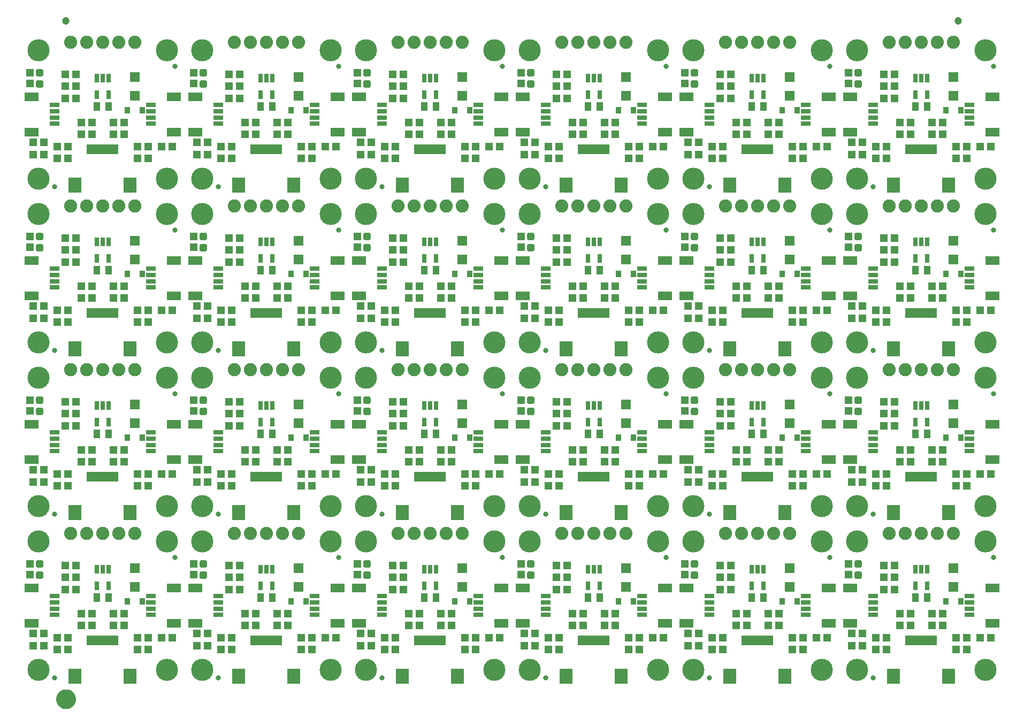
<source format=gts>
G75*
%MOIN*%
%OFA0B0*%
%FSLAX25Y25*%
%IPPOS*%
%LPD*%
%AMOC8*
5,1,8,0,0,1.08239X$1,22.5*
%
%ADD10R,0.05131X0.04737*%
%ADD11R,0.08674X0.05524*%
%ADD12R,0.06115X0.03162*%
%ADD13C,0.03300*%
%ADD14C,0.08200*%
%ADD15R,0.01981X0.05918*%
%ADD16R,0.07887X0.09461*%
%ADD17C,0.01990*%
%ADD18R,0.04737X0.05131*%
%ADD19R,0.02965X0.05524*%
%ADD20R,0.03280X0.04068*%
%ADD21R,0.05918X0.05918*%
%ADD22C,0.13800*%
%ADD23R,0.03950X0.05524*%
%ADD24C,0.04737*%
%ADD25C,0.05000*%
%ADD26C,0.06706*%
D10*
X0035404Y0053750D03*
X0042096Y0053750D03*
X0050404Y0051250D03*
X0057096Y0051250D03*
X0057096Y0058750D03*
X0050404Y0058750D03*
X0042096Y0061250D03*
X0035404Y0061250D03*
X0065404Y0066250D03*
X0072096Y0066250D03*
X0072096Y0073750D03*
X0065404Y0073750D03*
X0062096Y0088750D03*
X0055404Y0088750D03*
X0055404Y0096250D03*
X0062096Y0096250D03*
X0062096Y0103750D03*
X0055404Y0103750D03*
X0085404Y0073750D03*
X0092096Y0073750D03*
X0092096Y0066250D03*
X0085404Y0066250D03*
X0100404Y0058750D03*
X0107096Y0058750D03*
X0107096Y0051250D03*
X0100404Y0051250D03*
X0115404Y0058750D03*
X0122096Y0058750D03*
X0137404Y0061250D03*
X0144096Y0061250D03*
X0152404Y0058750D03*
X0159096Y0058750D03*
X0159096Y0051250D03*
X0152404Y0051250D03*
X0144096Y0053750D03*
X0137404Y0053750D03*
X0167404Y0066250D03*
X0174096Y0066250D03*
X0174096Y0073750D03*
X0167404Y0073750D03*
X0164096Y0088750D03*
X0157404Y0088750D03*
X0157404Y0096250D03*
X0164096Y0096250D03*
X0164096Y0103750D03*
X0157404Y0103750D03*
X0187404Y0073750D03*
X0194096Y0073750D03*
X0194096Y0066250D03*
X0187404Y0066250D03*
X0202404Y0058750D03*
X0209096Y0058750D03*
X0209096Y0051250D03*
X0202404Y0051250D03*
X0217404Y0058750D03*
X0224096Y0058750D03*
X0239404Y0061250D03*
X0246096Y0061250D03*
X0254404Y0058750D03*
X0261096Y0058750D03*
X0261096Y0051250D03*
X0254404Y0051250D03*
X0246096Y0053750D03*
X0239404Y0053750D03*
X0269404Y0066250D03*
X0276096Y0066250D03*
X0276096Y0073750D03*
X0269404Y0073750D03*
X0266096Y0088750D03*
X0259404Y0088750D03*
X0259404Y0096250D03*
X0266096Y0096250D03*
X0266096Y0103750D03*
X0259404Y0103750D03*
X0289404Y0073750D03*
X0296096Y0073750D03*
X0296096Y0066250D03*
X0289404Y0066250D03*
X0304404Y0058750D03*
X0311096Y0058750D03*
X0311096Y0051250D03*
X0304404Y0051250D03*
X0319404Y0058750D03*
X0326096Y0058750D03*
X0341404Y0061250D03*
X0348096Y0061250D03*
X0348096Y0053750D03*
X0341404Y0053750D03*
X0356404Y0051250D03*
X0363096Y0051250D03*
X0363096Y0058750D03*
X0356404Y0058750D03*
X0371404Y0066250D03*
X0378096Y0066250D03*
X0378096Y0073750D03*
X0371404Y0073750D03*
X0391404Y0073750D03*
X0398096Y0073750D03*
X0398096Y0066250D03*
X0391404Y0066250D03*
X0406404Y0058750D03*
X0413096Y0058750D03*
X0413096Y0051250D03*
X0406404Y0051250D03*
X0421404Y0058750D03*
X0428096Y0058750D03*
X0443404Y0061250D03*
X0450096Y0061250D03*
X0458404Y0058750D03*
X0465096Y0058750D03*
X0465096Y0051250D03*
X0458404Y0051250D03*
X0450096Y0053750D03*
X0443404Y0053750D03*
X0473404Y0066250D03*
X0480096Y0066250D03*
X0480096Y0073750D03*
X0473404Y0073750D03*
X0470096Y0088750D03*
X0463404Y0088750D03*
X0463404Y0096250D03*
X0470096Y0096250D03*
X0470096Y0103750D03*
X0463404Y0103750D03*
X0493404Y0073750D03*
X0500096Y0073750D03*
X0500096Y0066250D03*
X0493404Y0066250D03*
X0508404Y0058750D03*
X0515096Y0058750D03*
X0515096Y0051250D03*
X0508404Y0051250D03*
X0523404Y0058750D03*
X0530096Y0058750D03*
X0545404Y0061250D03*
X0552096Y0061250D03*
X0560404Y0058750D03*
X0567096Y0058750D03*
X0567096Y0051250D03*
X0560404Y0051250D03*
X0552096Y0053750D03*
X0545404Y0053750D03*
X0575404Y0066250D03*
X0582096Y0066250D03*
X0582096Y0073750D03*
X0575404Y0073750D03*
X0572096Y0088750D03*
X0565404Y0088750D03*
X0565404Y0096250D03*
X0572096Y0096250D03*
X0572096Y0103750D03*
X0565404Y0103750D03*
X0595404Y0073750D03*
X0602096Y0073750D03*
X0602096Y0066250D03*
X0595404Y0066250D03*
X0610404Y0058750D03*
X0617096Y0058750D03*
X0617096Y0051250D03*
X0610404Y0051250D03*
X0625404Y0058750D03*
X0632096Y0058750D03*
X0617096Y0153250D03*
X0610404Y0153250D03*
X0610404Y0160750D03*
X0617096Y0160750D03*
X0625404Y0160750D03*
X0632096Y0160750D03*
X0602096Y0168250D03*
X0595404Y0168250D03*
X0595404Y0175750D03*
X0602096Y0175750D03*
X0582096Y0175750D03*
X0575404Y0175750D03*
X0575404Y0168250D03*
X0582096Y0168250D03*
X0567096Y0160750D03*
X0560404Y0160750D03*
X0560404Y0153250D03*
X0567096Y0153250D03*
X0552096Y0155750D03*
X0545404Y0155750D03*
X0545404Y0163250D03*
X0552096Y0163250D03*
X0530096Y0160750D03*
X0523404Y0160750D03*
X0515096Y0160750D03*
X0508404Y0160750D03*
X0508404Y0153250D03*
X0515096Y0153250D03*
X0500096Y0168250D03*
X0493404Y0168250D03*
X0493404Y0175750D03*
X0500096Y0175750D03*
X0480096Y0175750D03*
X0473404Y0175750D03*
X0473404Y0168250D03*
X0480096Y0168250D03*
X0465096Y0160750D03*
X0458404Y0160750D03*
X0458404Y0153250D03*
X0465096Y0153250D03*
X0450096Y0155750D03*
X0443404Y0155750D03*
X0443404Y0163250D03*
X0450096Y0163250D03*
X0428096Y0160750D03*
X0421404Y0160750D03*
X0413096Y0160750D03*
X0406404Y0160750D03*
X0406404Y0153250D03*
X0413096Y0153250D03*
X0398096Y0168250D03*
X0391404Y0168250D03*
X0391404Y0175750D03*
X0398096Y0175750D03*
X0378096Y0175750D03*
X0371404Y0175750D03*
X0371404Y0168250D03*
X0378096Y0168250D03*
X0363096Y0160750D03*
X0356404Y0160750D03*
X0356404Y0153250D03*
X0363096Y0153250D03*
X0348096Y0155750D03*
X0341404Y0155750D03*
X0341404Y0163250D03*
X0348096Y0163250D03*
X0326096Y0160750D03*
X0319404Y0160750D03*
X0311096Y0160750D03*
X0304404Y0160750D03*
X0304404Y0153250D03*
X0311096Y0153250D03*
X0296096Y0168250D03*
X0289404Y0168250D03*
X0289404Y0175750D03*
X0296096Y0175750D03*
X0276096Y0175750D03*
X0269404Y0175750D03*
X0269404Y0168250D03*
X0276096Y0168250D03*
X0261096Y0160750D03*
X0254404Y0160750D03*
X0254404Y0153250D03*
X0261096Y0153250D03*
X0246096Y0155750D03*
X0239404Y0155750D03*
X0239404Y0163250D03*
X0246096Y0163250D03*
X0224096Y0160750D03*
X0217404Y0160750D03*
X0209096Y0160750D03*
X0202404Y0160750D03*
X0202404Y0153250D03*
X0209096Y0153250D03*
X0194096Y0168250D03*
X0187404Y0168250D03*
X0187404Y0175750D03*
X0194096Y0175750D03*
X0174096Y0175750D03*
X0167404Y0175750D03*
X0167404Y0168250D03*
X0174096Y0168250D03*
X0159096Y0160750D03*
X0152404Y0160750D03*
X0152404Y0153250D03*
X0159096Y0153250D03*
X0144096Y0155750D03*
X0137404Y0155750D03*
X0137404Y0163250D03*
X0144096Y0163250D03*
X0122096Y0160750D03*
X0115404Y0160750D03*
X0107096Y0160750D03*
X0100404Y0160750D03*
X0100404Y0153250D03*
X0107096Y0153250D03*
X0092096Y0168250D03*
X0085404Y0168250D03*
X0085404Y0175750D03*
X0092096Y0175750D03*
X0072096Y0175750D03*
X0065404Y0175750D03*
X0065404Y0168250D03*
X0072096Y0168250D03*
X0057096Y0160750D03*
X0050404Y0160750D03*
X0050404Y0153250D03*
X0057096Y0153250D03*
X0042096Y0155750D03*
X0035404Y0155750D03*
X0035404Y0163250D03*
X0042096Y0163250D03*
X0055404Y0190750D03*
X0062096Y0190750D03*
X0062096Y0198250D03*
X0055404Y0198250D03*
X0055404Y0205750D03*
X0062096Y0205750D03*
X0057096Y0255250D03*
X0050404Y0255250D03*
X0042096Y0257750D03*
X0035404Y0257750D03*
X0035404Y0265250D03*
X0042096Y0265250D03*
X0050404Y0262750D03*
X0057096Y0262750D03*
X0065404Y0270250D03*
X0072096Y0270250D03*
X0072096Y0277750D03*
X0065404Y0277750D03*
X0062096Y0292750D03*
X0055404Y0292750D03*
X0055404Y0300250D03*
X0062096Y0300250D03*
X0062096Y0307750D03*
X0055404Y0307750D03*
X0085404Y0277750D03*
X0092096Y0277750D03*
X0092096Y0270250D03*
X0085404Y0270250D03*
X0100404Y0262750D03*
X0107096Y0262750D03*
X0115404Y0262750D03*
X0122096Y0262750D03*
X0137404Y0265250D03*
X0144096Y0265250D03*
X0144096Y0257750D03*
X0137404Y0257750D03*
X0152404Y0255250D03*
X0159096Y0255250D03*
X0159096Y0262750D03*
X0152404Y0262750D03*
X0167404Y0270250D03*
X0174096Y0270250D03*
X0174096Y0277750D03*
X0167404Y0277750D03*
X0164096Y0292750D03*
X0157404Y0292750D03*
X0157404Y0300250D03*
X0164096Y0300250D03*
X0164096Y0307750D03*
X0157404Y0307750D03*
X0187404Y0277750D03*
X0194096Y0277750D03*
X0194096Y0270250D03*
X0187404Y0270250D03*
X0202404Y0262750D03*
X0209096Y0262750D03*
X0217404Y0262750D03*
X0224096Y0262750D03*
X0239404Y0265250D03*
X0246096Y0265250D03*
X0246096Y0257750D03*
X0239404Y0257750D03*
X0254404Y0255250D03*
X0261096Y0255250D03*
X0261096Y0262750D03*
X0254404Y0262750D03*
X0269404Y0270250D03*
X0276096Y0270250D03*
X0276096Y0277750D03*
X0269404Y0277750D03*
X0266096Y0292750D03*
X0259404Y0292750D03*
X0259404Y0300250D03*
X0266096Y0300250D03*
X0266096Y0307750D03*
X0259404Y0307750D03*
X0289404Y0277750D03*
X0296096Y0277750D03*
X0296096Y0270250D03*
X0289404Y0270250D03*
X0304404Y0262750D03*
X0311096Y0262750D03*
X0311096Y0255250D03*
X0304404Y0255250D03*
X0319404Y0262750D03*
X0326096Y0262750D03*
X0341404Y0265250D03*
X0348096Y0265250D03*
X0348096Y0257750D03*
X0341404Y0257750D03*
X0356404Y0255250D03*
X0363096Y0255250D03*
X0363096Y0262750D03*
X0356404Y0262750D03*
X0371404Y0270250D03*
X0378096Y0270250D03*
X0378096Y0277750D03*
X0371404Y0277750D03*
X0391404Y0277750D03*
X0398096Y0277750D03*
X0398096Y0270250D03*
X0391404Y0270250D03*
X0406404Y0262750D03*
X0413096Y0262750D03*
X0421404Y0262750D03*
X0428096Y0262750D03*
X0443404Y0265250D03*
X0450096Y0265250D03*
X0450096Y0257750D03*
X0443404Y0257750D03*
X0458404Y0255250D03*
X0465096Y0255250D03*
X0465096Y0262750D03*
X0458404Y0262750D03*
X0473404Y0270250D03*
X0480096Y0270250D03*
X0480096Y0277750D03*
X0473404Y0277750D03*
X0470096Y0292750D03*
X0463404Y0292750D03*
X0463404Y0300250D03*
X0470096Y0300250D03*
X0470096Y0307750D03*
X0463404Y0307750D03*
X0493404Y0277750D03*
X0500096Y0277750D03*
X0500096Y0270250D03*
X0493404Y0270250D03*
X0508404Y0262750D03*
X0515096Y0262750D03*
X0523404Y0262750D03*
X0530096Y0262750D03*
X0545404Y0265250D03*
X0552096Y0265250D03*
X0552096Y0257750D03*
X0545404Y0257750D03*
X0560404Y0255250D03*
X0567096Y0255250D03*
X0567096Y0262750D03*
X0560404Y0262750D03*
X0575404Y0270250D03*
X0582096Y0270250D03*
X0582096Y0277750D03*
X0575404Y0277750D03*
X0572096Y0292750D03*
X0565404Y0292750D03*
X0565404Y0300250D03*
X0572096Y0300250D03*
X0572096Y0307750D03*
X0565404Y0307750D03*
X0595404Y0277750D03*
X0602096Y0277750D03*
X0602096Y0270250D03*
X0595404Y0270250D03*
X0610404Y0262750D03*
X0617096Y0262750D03*
X0625404Y0262750D03*
X0632096Y0262750D03*
X0617096Y0255250D03*
X0610404Y0255250D03*
X0572096Y0205750D03*
X0565404Y0205750D03*
X0565404Y0198250D03*
X0572096Y0198250D03*
X0572096Y0190750D03*
X0565404Y0190750D03*
X0515096Y0255250D03*
X0508404Y0255250D03*
X0470096Y0205750D03*
X0463404Y0205750D03*
X0463404Y0198250D03*
X0470096Y0198250D03*
X0470096Y0190750D03*
X0463404Y0190750D03*
X0413096Y0255250D03*
X0406404Y0255250D03*
X0368096Y0292750D03*
X0361404Y0292750D03*
X0361404Y0300250D03*
X0368096Y0300250D03*
X0368096Y0307750D03*
X0361404Y0307750D03*
X0363096Y0357250D03*
X0356404Y0357250D03*
X0356404Y0364750D03*
X0363096Y0364750D03*
X0371404Y0372250D03*
X0378096Y0372250D03*
X0378096Y0379750D03*
X0371404Y0379750D03*
X0391404Y0379750D03*
X0398096Y0379750D03*
X0398096Y0372250D03*
X0391404Y0372250D03*
X0406404Y0364750D03*
X0413096Y0364750D03*
X0421404Y0364750D03*
X0428096Y0364750D03*
X0443404Y0367250D03*
X0450096Y0367250D03*
X0450096Y0359750D03*
X0443404Y0359750D03*
X0458404Y0357250D03*
X0465096Y0357250D03*
X0465096Y0364750D03*
X0458404Y0364750D03*
X0473404Y0372250D03*
X0480096Y0372250D03*
X0480096Y0379750D03*
X0473404Y0379750D03*
X0470096Y0394750D03*
X0463404Y0394750D03*
X0463404Y0402250D03*
X0470096Y0402250D03*
X0470096Y0409750D03*
X0463404Y0409750D03*
X0493404Y0379750D03*
X0500096Y0379750D03*
X0500096Y0372250D03*
X0493404Y0372250D03*
X0508404Y0364750D03*
X0515096Y0364750D03*
X0523404Y0364750D03*
X0530096Y0364750D03*
X0545404Y0367250D03*
X0552096Y0367250D03*
X0552096Y0359750D03*
X0545404Y0359750D03*
X0560404Y0357250D03*
X0567096Y0357250D03*
X0567096Y0364750D03*
X0560404Y0364750D03*
X0575404Y0372250D03*
X0582096Y0372250D03*
X0582096Y0379750D03*
X0575404Y0379750D03*
X0572096Y0394750D03*
X0565404Y0394750D03*
X0565404Y0402250D03*
X0572096Y0402250D03*
X0572096Y0409750D03*
X0565404Y0409750D03*
X0595404Y0379750D03*
X0602096Y0379750D03*
X0602096Y0372250D03*
X0595404Y0372250D03*
X0610404Y0364750D03*
X0617096Y0364750D03*
X0625404Y0364750D03*
X0632096Y0364750D03*
X0617096Y0357250D03*
X0610404Y0357250D03*
X0515096Y0357250D03*
X0508404Y0357250D03*
X0413096Y0357250D03*
X0406404Y0357250D03*
X0368096Y0394750D03*
X0361404Y0394750D03*
X0361404Y0402250D03*
X0368096Y0402250D03*
X0368096Y0409750D03*
X0361404Y0409750D03*
X0348096Y0367250D03*
X0341404Y0367250D03*
X0341404Y0359750D03*
X0348096Y0359750D03*
X0326096Y0364750D03*
X0319404Y0364750D03*
X0311096Y0364750D03*
X0304404Y0364750D03*
X0304404Y0357250D03*
X0311096Y0357250D03*
X0296096Y0372250D03*
X0289404Y0372250D03*
X0289404Y0379750D03*
X0296096Y0379750D03*
X0276096Y0379750D03*
X0269404Y0379750D03*
X0269404Y0372250D03*
X0276096Y0372250D03*
X0261096Y0364750D03*
X0254404Y0364750D03*
X0246096Y0367250D03*
X0239404Y0367250D03*
X0239404Y0359750D03*
X0246096Y0359750D03*
X0254404Y0357250D03*
X0261096Y0357250D03*
X0224096Y0364750D03*
X0217404Y0364750D03*
X0209096Y0364750D03*
X0202404Y0364750D03*
X0194096Y0372250D03*
X0187404Y0372250D03*
X0187404Y0379750D03*
X0194096Y0379750D03*
X0174096Y0379750D03*
X0167404Y0379750D03*
X0167404Y0372250D03*
X0174096Y0372250D03*
X0159096Y0364750D03*
X0152404Y0364750D03*
X0144096Y0367250D03*
X0137404Y0367250D03*
X0137404Y0359750D03*
X0144096Y0359750D03*
X0152404Y0357250D03*
X0159096Y0357250D03*
X0122096Y0364750D03*
X0115404Y0364750D03*
X0107096Y0364750D03*
X0100404Y0364750D03*
X0092096Y0372250D03*
X0085404Y0372250D03*
X0085404Y0379750D03*
X0092096Y0379750D03*
X0072096Y0379750D03*
X0065404Y0379750D03*
X0065404Y0372250D03*
X0072096Y0372250D03*
X0057096Y0364750D03*
X0050404Y0364750D03*
X0042096Y0367250D03*
X0035404Y0367250D03*
X0035404Y0359750D03*
X0042096Y0359750D03*
X0050404Y0357250D03*
X0057096Y0357250D03*
X0100404Y0357250D03*
X0107096Y0357250D03*
X0062096Y0394750D03*
X0055404Y0394750D03*
X0055404Y0402250D03*
X0062096Y0402250D03*
X0062096Y0409750D03*
X0055404Y0409750D03*
X0157404Y0409750D03*
X0164096Y0409750D03*
X0164096Y0402250D03*
X0157404Y0402250D03*
X0157404Y0394750D03*
X0164096Y0394750D03*
X0202404Y0357250D03*
X0209096Y0357250D03*
X0259404Y0394750D03*
X0266096Y0394750D03*
X0266096Y0402250D03*
X0259404Y0402250D03*
X0259404Y0409750D03*
X0266096Y0409750D03*
X0209096Y0255250D03*
X0202404Y0255250D03*
X0164096Y0205750D03*
X0157404Y0205750D03*
X0157404Y0198250D03*
X0164096Y0198250D03*
X0164096Y0190750D03*
X0157404Y0190750D03*
X0107096Y0255250D03*
X0100404Y0255250D03*
X0259404Y0205750D03*
X0266096Y0205750D03*
X0266096Y0198250D03*
X0259404Y0198250D03*
X0259404Y0190750D03*
X0266096Y0190750D03*
X0361404Y0190750D03*
X0368096Y0190750D03*
X0368096Y0198250D03*
X0361404Y0198250D03*
X0361404Y0205750D03*
X0368096Y0205750D03*
X0368096Y0103750D03*
X0361404Y0103750D03*
X0361404Y0096250D03*
X0368096Y0096250D03*
X0368096Y0088750D03*
X0361404Y0088750D03*
D11*
X0340281Y0089774D03*
X0327219Y0089774D03*
X0327219Y0067726D03*
X0340281Y0067726D03*
X0429219Y0067726D03*
X0442281Y0067726D03*
X0442281Y0089774D03*
X0429219Y0089774D03*
X0531219Y0089774D03*
X0544281Y0089774D03*
X0544281Y0067726D03*
X0531219Y0067726D03*
X0633219Y0067726D03*
X0633219Y0089774D03*
X0633219Y0169726D03*
X0633219Y0191774D03*
X0544281Y0191774D03*
X0531219Y0191774D03*
X0531219Y0169726D03*
X0544281Y0169726D03*
X0442281Y0169726D03*
X0429219Y0169726D03*
X0429219Y0191774D03*
X0442281Y0191774D03*
X0340281Y0191774D03*
X0327219Y0191774D03*
X0327219Y0169726D03*
X0340281Y0169726D03*
X0238281Y0169726D03*
X0225219Y0169726D03*
X0225219Y0191774D03*
X0238281Y0191774D03*
X0136281Y0191774D03*
X0123219Y0191774D03*
X0123219Y0169726D03*
X0136281Y0169726D03*
X0034281Y0169726D03*
X0034281Y0191774D03*
X0034281Y0271726D03*
X0034281Y0293774D03*
X0123219Y0293774D03*
X0136281Y0293774D03*
X0136281Y0271726D03*
X0123219Y0271726D03*
X0225219Y0271726D03*
X0238281Y0271726D03*
X0238281Y0293774D03*
X0225219Y0293774D03*
X0327219Y0293774D03*
X0340281Y0293774D03*
X0340281Y0271726D03*
X0327219Y0271726D03*
X0429219Y0271726D03*
X0442281Y0271726D03*
X0442281Y0293774D03*
X0429219Y0293774D03*
X0531219Y0293774D03*
X0544281Y0293774D03*
X0544281Y0271726D03*
X0531219Y0271726D03*
X0633219Y0271726D03*
X0633219Y0293774D03*
X0633219Y0373726D03*
X0633219Y0395774D03*
X0544281Y0395774D03*
X0531219Y0395774D03*
X0531219Y0373726D03*
X0544281Y0373726D03*
X0442281Y0373726D03*
X0429219Y0373726D03*
X0429219Y0395774D03*
X0442281Y0395774D03*
X0340281Y0395774D03*
X0327219Y0395774D03*
X0327219Y0373726D03*
X0340281Y0373726D03*
X0238281Y0373726D03*
X0225219Y0373726D03*
X0225219Y0395774D03*
X0238281Y0395774D03*
X0136281Y0395774D03*
X0123219Y0395774D03*
X0123219Y0373726D03*
X0136281Y0373726D03*
X0034281Y0373726D03*
X0034281Y0395774D03*
X0034281Y0089774D03*
X0034281Y0067726D03*
X0123219Y0067726D03*
X0136281Y0067726D03*
X0136281Y0089774D03*
X0123219Y0089774D03*
X0225219Y0089774D03*
X0238281Y0089774D03*
X0238281Y0067726D03*
X0225219Y0067726D03*
D12*
X0210750Y0072844D03*
X0210750Y0076781D03*
X0210750Y0080719D03*
X0210750Y0084656D03*
X0252750Y0084656D03*
X0252750Y0080719D03*
X0252750Y0076781D03*
X0252750Y0072844D03*
X0312750Y0072844D03*
X0312750Y0076781D03*
X0312750Y0080719D03*
X0312750Y0084656D03*
X0354750Y0084656D03*
X0354750Y0080719D03*
X0354750Y0076781D03*
X0354750Y0072844D03*
X0414750Y0072844D03*
X0414750Y0076781D03*
X0414750Y0080719D03*
X0414750Y0084656D03*
X0456750Y0084656D03*
X0456750Y0080719D03*
X0456750Y0076781D03*
X0456750Y0072844D03*
X0516750Y0072844D03*
X0516750Y0076781D03*
X0516750Y0080719D03*
X0516750Y0084656D03*
X0558750Y0084656D03*
X0558750Y0080719D03*
X0558750Y0076781D03*
X0558750Y0072844D03*
X0618750Y0072844D03*
X0618750Y0076781D03*
X0618750Y0080719D03*
X0618750Y0084656D03*
X0618750Y0174844D03*
X0618750Y0178781D03*
X0618750Y0182719D03*
X0618750Y0186656D03*
X0558750Y0186656D03*
X0558750Y0182719D03*
X0558750Y0178781D03*
X0558750Y0174844D03*
X0516750Y0174844D03*
X0516750Y0178781D03*
X0516750Y0182719D03*
X0516750Y0186656D03*
X0456750Y0186656D03*
X0456750Y0182719D03*
X0456750Y0178781D03*
X0456750Y0174844D03*
X0414750Y0174844D03*
X0414750Y0178781D03*
X0414750Y0182719D03*
X0414750Y0186656D03*
X0354750Y0186656D03*
X0354750Y0182719D03*
X0354750Y0178781D03*
X0354750Y0174844D03*
X0312750Y0174844D03*
X0312750Y0178781D03*
X0312750Y0182719D03*
X0312750Y0186656D03*
X0252750Y0186656D03*
X0252750Y0182719D03*
X0252750Y0178781D03*
X0252750Y0174844D03*
X0210750Y0174844D03*
X0210750Y0178781D03*
X0210750Y0182719D03*
X0210750Y0186656D03*
X0150750Y0186656D03*
X0150750Y0182719D03*
X0150750Y0178781D03*
X0150750Y0174844D03*
X0108750Y0174844D03*
X0108750Y0178781D03*
X0108750Y0182719D03*
X0108750Y0186656D03*
X0048750Y0186656D03*
X0048750Y0182719D03*
X0048750Y0178781D03*
X0048750Y0174844D03*
X0048750Y0084656D03*
X0048750Y0080719D03*
X0048750Y0076781D03*
X0048750Y0072844D03*
X0108750Y0072844D03*
X0108750Y0076781D03*
X0108750Y0080719D03*
X0108750Y0084656D03*
X0150750Y0084656D03*
X0150750Y0080719D03*
X0150750Y0076781D03*
X0150750Y0072844D03*
X0150750Y0276844D03*
X0150750Y0280781D03*
X0150750Y0284719D03*
X0150750Y0288656D03*
X0108750Y0288656D03*
X0108750Y0284719D03*
X0108750Y0280781D03*
X0108750Y0276844D03*
X0048750Y0276844D03*
X0048750Y0280781D03*
X0048750Y0284719D03*
X0048750Y0288656D03*
X0048750Y0378844D03*
X0048750Y0382781D03*
X0048750Y0386719D03*
X0048750Y0390656D03*
X0108750Y0390656D03*
X0108750Y0386719D03*
X0108750Y0382781D03*
X0108750Y0378844D03*
X0150750Y0378844D03*
X0150750Y0382781D03*
X0150750Y0386719D03*
X0150750Y0390656D03*
X0210750Y0390656D03*
X0210750Y0386719D03*
X0210750Y0382781D03*
X0210750Y0378844D03*
X0252750Y0378844D03*
X0252750Y0382781D03*
X0252750Y0386719D03*
X0252750Y0390656D03*
X0312750Y0390656D03*
X0312750Y0386719D03*
X0312750Y0382781D03*
X0312750Y0378844D03*
X0354750Y0378844D03*
X0354750Y0382781D03*
X0354750Y0386719D03*
X0354750Y0390656D03*
X0414750Y0390656D03*
X0414750Y0386719D03*
X0414750Y0382781D03*
X0414750Y0378844D03*
X0456750Y0378844D03*
X0456750Y0382781D03*
X0456750Y0386719D03*
X0456750Y0390656D03*
X0516750Y0390656D03*
X0516750Y0386719D03*
X0516750Y0382781D03*
X0516750Y0378844D03*
X0558750Y0378844D03*
X0558750Y0382781D03*
X0558750Y0386719D03*
X0558750Y0390656D03*
X0618750Y0390656D03*
X0618750Y0386719D03*
X0618750Y0382781D03*
X0618750Y0378844D03*
X0618750Y0288656D03*
X0618750Y0284719D03*
X0618750Y0280781D03*
X0618750Y0276844D03*
X0558750Y0276844D03*
X0558750Y0280781D03*
X0558750Y0284719D03*
X0558750Y0288656D03*
X0516750Y0288656D03*
X0516750Y0284719D03*
X0516750Y0280781D03*
X0516750Y0276844D03*
X0456750Y0276844D03*
X0456750Y0280781D03*
X0456750Y0284719D03*
X0456750Y0288656D03*
X0414750Y0288656D03*
X0414750Y0284719D03*
X0414750Y0280781D03*
X0414750Y0276844D03*
X0354750Y0276844D03*
X0354750Y0280781D03*
X0354750Y0284719D03*
X0354750Y0288656D03*
X0312750Y0288656D03*
X0312750Y0284719D03*
X0312750Y0280781D03*
X0312750Y0276844D03*
X0252750Y0276844D03*
X0252750Y0280781D03*
X0252750Y0284719D03*
X0252750Y0288656D03*
X0210750Y0288656D03*
X0210750Y0284719D03*
X0210750Y0280781D03*
X0210750Y0276844D03*
D13*
X0048750Y0033750D03*
X0150750Y0033750D03*
X0252750Y0033750D03*
X0354750Y0033750D03*
X0456750Y0033750D03*
X0558750Y0033750D03*
X0531750Y0108750D03*
X0558750Y0135750D03*
X0633750Y0108750D03*
X0633750Y0210750D03*
X0558750Y0237750D03*
X0531750Y0210750D03*
X0456750Y0237750D03*
X0429750Y0210750D03*
X0354750Y0237750D03*
X0327750Y0210750D03*
X0252750Y0237750D03*
X0225750Y0210750D03*
X0150750Y0237750D03*
X0123750Y0210750D03*
X0048750Y0237750D03*
X0123750Y0312750D03*
X0150750Y0339750D03*
X0225750Y0312750D03*
X0252750Y0339750D03*
X0327750Y0312750D03*
X0354750Y0339750D03*
X0429750Y0312750D03*
X0456750Y0339750D03*
X0531750Y0312750D03*
X0558750Y0339750D03*
X0633750Y0312750D03*
X0633750Y0414750D03*
X0531750Y0414750D03*
X0429750Y0414750D03*
X0327750Y0414750D03*
X0225750Y0414750D03*
X0123750Y0414750D03*
X0048750Y0339750D03*
X0048750Y0135750D03*
X0123750Y0108750D03*
X0150750Y0135750D03*
X0225750Y0108750D03*
X0252750Y0135750D03*
X0327750Y0108750D03*
X0354750Y0135750D03*
X0429750Y0108750D03*
X0456750Y0135750D03*
D14*
X0466750Y0123750D03*
X0476750Y0123750D03*
X0486750Y0123750D03*
X0496750Y0123750D03*
X0506750Y0123750D03*
X0568750Y0123750D03*
X0578750Y0123750D03*
X0588750Y0123750D03*
X0598750Y0123750D03*
X0608750Y0123750D03*
X0608750Y0225750D03*
X0598750Y0225750D03*
X0588750Y0225750D03*
X0578750Y0225750D03*
X0568750Y0225750D03*
X0506750Y0225750D03*
X0496750Y0225750D03*
X0486750Y0225750D03*
X0476750Y0225750D03*
X0466750Y0225750D03*
X0404750Y0225750D03*
X0394750Y0225750D03*
X0384750Y0225750D03*
X0374750Y0225750D03*
X0364750Y0225750D03*
X0302750Y0225750D03*
X0292750Y0225750D03*
X0282750Y0225750D03*
X0272750Y0225750D03*
X0262750Y0225750D03*
X0200750Y0225750D03*
X0190750Y0225750D03*
X0180750Y0225750D03*
X0170750Y0225750D03*
X0160750Y0225750D03*
X0098750Y0225750D03*
X0088750Y0225750D03*
X0078750Y0225750D03*
X0068750Y0225750D03*
X0058750Y0225750D03*
X0058750Y0123750D03*
X0068750Y0123750D03*
X0078750Y0123750D03*
X0088750Y0123750D03*
X0098750Y0123750D03*
X0160750Y0123750D03*
X0170750Y0123750D03*
X0180750Y0123750D03*
X0190750Y0123750D03*
X0200750Y0123750D03*
X0262750Y0123750D03*
X0272750Y0123750D03*
X0282750Y0123750D03*
X0292750Y0123750D03*
X0302750Y0123750D03*
X0364750Y0123750D03*
X0374750Y0123750D03*
X0384750Y0123750D03*
X0394750Y0123750D03*
X0404750Y0123750D03*
X0404750Y0327750D03*
X0394750Y0327750D03*
X0384750Y0327750D03*
X0374750Y0327750D03*
X0364750Y0327750D03*
X0302750Y0327750D03*
X0292750Y0327750D03*
X0282750Y0327750D03*
X0272750Y0327750D03*
X0262750Y0327750D03*
X0200750Y0327750D03*
X0190750Y0327750D03*
X0180750Y0327750D03*
X0170750Y0327750D03*
X0160750Y0327750D03*
X0098750Y0327750D03*
X0088750Y0327750D03*
X0078750Y0327750D03*
X0068750Y0327750D03*
X0058750Y0327750D03*
X0058750Y0429750D03*
X0068750Y0429750D03*
X0078750Y0429750D03*
X0088750Y0429750D03*
X0098750Y0429750D03*
X0160750Y0429750D03*
X0170750Y0429750D03*
X0180750Y0429750D03*
X0190750Y0429750D03*
X0200750Y0429750D03*
X0262750Y0429750D03*
X0272750Y0429750D03*
X0282750Y0429750D03*
X0292750Y0429750D03*
X0302750Y0429750D03*
X0364750Y0429750D03*
X0374750Y0429750D03*
X0384750Y0429750D03*
X0394750Y0429750D03*
X0404750Y0429750D03*
X0466750Y0429750D03*
X0476750Y0429750D03*
X0486750Y0429750D03*
X0496750Y0429750D03*
X0506750Y0429750D03*
X0568750Y0429750D03*
X0578750Y0429750D03*
X0588750Y0429750D03*
X0598750Y0429750D03*
X0608750Y0429750D03*
X0608750Y0327750D03*
X0598750Y0327750D03*
X0588750Y0327750D03*
X0578750Y0327750D03*
X0568750Y0327750D03*
X0506750Y0327750D03*
X0496750Y0327750D03*
X0486750Y0327750D03*
X0476750Y0327750D03*
X0466750Y0327750D03*
D15*
X0477695Y0363136D03*
X0479663Y0363136D03*
X0481632Y0363136D03*
X0483600Y0363136D03*
X0485569Y0363136D03*
X0487537Y0363136D03*
X0489506Y0363136D03*
X0491474Y0363136D03*
X0493443Y0363136D03*
X0495411Y0363136D03*
X0579695Y0363136D03*
X0581663Y0363136D03*
X0583632Y0363136D03*
X0585600Y0363136D03*
X0587569Y0363136D03*
X0589537Y0363136D03*
X0591506Y0363136D03*
X0593474Y0363136D03*
X0595443Y0363136D03*
X0597411Y0363136D03*
X0597411Y0261136D03*
X0595443Y0261136D03*
X0593474Y0261136D03*
X0591506Y0261136D03*
X0589537Y0261136D03*
X0587569Y0261136D03*
X0585600Y0261136D03*
X0583632Y0261136D03*
X0581663Y0261136D03*
X0579695Y0261136D03*
X0495411Y0261136D03*
X0493443Y0261136D03*
X0491474Y0261136D03*
X0489506Y0261136D03*
X0487537Y0261136D03*
X0485569Y0261136D03*
X0483600Y0261136D03*
X0481632Y0261136D03*
X0479663Y0261136D03*
X0477695Y0261136D03*
X0393411Y0261136D03*
X0391443Y0261136D03*
X0389474Y0261136D03*
X0387506Y0261136D03*
X0385537Y0261136D03*
X0383569Y0261136D03*
X0381600Y0261136D03*
X0379632Y0261136D03*
X0377663Y0261136D03*
X0375695Y0261136D03*
X0291411Y0261136D03*
X0289443Y0261136D03*
X0287474Y0261136D03*
X0285506Y0261136D03*
X0283537Y0261136D03*
X0281569Y0261136D03*
X0279600Y0261136D03*
X0277632Y0261136D03*
X0275663Y0261136D03*
X0273695Y0261136D03*
X0189411Y0261136D03*
X0187443Y0261136D03*
X0185474Y0261136D03*
X0183506Y0261136D03*
X0181537Y0261136D03*
X0179569Y0261136D03*
X0177600Y0261136D03*
X0175632Y0261136D03*
X0173663Y0261136D03*
X0171695Y0261136D03*
X0087411Y0261136D03*
X0085443Y0261136D03*
X0083474Y0261136D03*
X0081506Y0261136D03*
X0079537Y0261136D03*
X0077569Y0261136D03*
X0075600Y0261136D03*
X0073632Y0261136D03*
X0071663Y0261136D03*
X0069695Y0261136D03*
X0069695Y0159136D03*
X0071663Y0159136D03*
X0073632Y0159136D03*
X0075600Y0159136D03*
X0077569Y0159136D03*
X0079537Y0159136D03*
X0081506Y0159136D03*
X0083474Y0159136D03*
X0085443Y0159136D03*
X0087411Y0159136D03*
X0171695Y0159136D03*
X0173663Y0159136D03*
X0175632Y0159136D03*
X0177600Y0159136D03*
X0179569Y0159136D03*
X0181537Y0159136D03*
X0183506Y0159136D03*
X0185474Y0159136D03*
X0187443Y0159136D03*
X0189411Y0159136D03*
X0273695Y0159136D03*
X0275663Y0159136D03*
X0277632Y0159136D03*
X0279600Y0159136D03*
X0281569Y0159136D03*
X0283537Y0159136D03*
X0285506Y0159136D03*
X0287474Y0159136D03*
X0289443Y0159136D03*
X0291411Y0159136D03*
X0375695Y0159136D03*
X0377663Y0159136D03*
X0379632Y0159136D03*
X0381600Y0159136D03*
X0383569Y0159136D03*
X0385537Y0159136D03*
X0387506Y0159136D03*
X0389474Y0159136D03*
X0391443Y0159136D03*
X0393411Y0159136D03*
X0477695Y0159136D03*
X0479663Y0159136D03*
X0481632Y0159136D03*
X0483600Y0159136D03*
X0485569Y0159136D03*
X0487537Y0159136D03*
X0489506Y0159136D03*
X0491474Y0159136D03*
X0493443Y0159136D03*
X0495411Y0159136D03*
X0579695Y0159136D03*
X0581663Y0159136D03*
X0583632Y0159136D03*
X0585600Y0159136D03*
X0587569Y0159136D03*
X0589537Y0159136D03*
X0591506Y0159136D03*
X0593474Y0159136D03*
X0595443Y0159136D03*
X0597411Y0159136D03*
X0597411Y0057136D03*
X0595443Y0057136D03*
X0593474Y0057136D03*
X0591506Y0057136D03*
X0589537Y0057136D03*
X0587569Y0057136D03*
X0585600Y0057136D03*
X0583632Y0057136D03*
X0581663Y0057136D03*
X0579695Y0057136D03*
X0495411Y0057136D03*
X0493443Y0057136D03*
X0491474Y0057136D03*
X0489506Y0057136D03*
X0487537Y0057136D03*
X0485569Y0057136D03*
X0483600Y0057136D03*
X0481632Y0057136D03*
X0479663Y0057136D03*
X0477695Y0057136D03*
X0393411Y0057136D03*
X0391443Y0057136D03*
X0389474Y0057136D03*
X0387506Y0057136D03*
X0385537Y0057136D03*
X0383569Y0057136D03*
X0381600Y0057136D03*
X0379632Y0057136D03*
X0377663Y0057136D03*
X0375695Y0057136D03*
X0291411Y0057136D03*
X0289443Y0057136D03*
X0287474Y0057136D03*
X0285506Y0057136D03*
X0283537Y0057136D03*
X0281569Y0057136D03*
X0279600Y0057136D03*
X0277632Y0057136D03*
X0275663Y0057136D03*
X0273695Y0057136D03*
X0189411Y0057136D03*
X0187443Y0057136D03*
X0185474Y0057136D03*
X0183506Y0057136D03*
X0181537Y0057136D03*
X0179569Y0057136D03*
X0177600Y0057136D03*
X0175632Y0057136D03*
X0173663Y0057136D03*
X0171695Y0057136D03*
X0087411Y0057136D03*
X0085443Y0057136D03*
X0083474Y0057136D03*
X0081506Y0057136D03*
X0079537Y0057136D03*
X0077569Y0057136D03*
X0075600Y0057136D03*
X0073632Y0057136D03*
X0071663Y0057136D03*
X0069695Y0057136D03*
X0069695Y0363136D03*
X0071663Y0363136D03*
X0073632Y0363136D03*
X0075600Y0363136D03*
X0077569Y0363136D03*
X0079537Y0363136D03*
X0081506Y0363136D03*
X0083474Y0363136D03*
X0085443Y0363136D03*
X0087411Y0363136D03*
X0171695Y0363136D03*
X0173663Y0363136D03*
X0175632Y0363136D03*
X0177600Y0363136D03*
X0179569Y0363136D03*
X0181537Y0363136D03*
X0183506Y0363136D03*
X0185474Y0363136D03*
X0187443Y0363136D03*
X0189411Y0363136D03*
X0273695Y0363136D03*
X0275663Y0363136D03*
X0277632Y0363136D03*
X0279600Y0363136D03*
X0281569Y0363136D03*
X0283537Y0363136D03*
X0285506Y0363136D03*
X0287474Y0363136D03*
X0289443Y0363136D03*
X0291411Y0363136D03*
X0375695Y0363136D03*
X0377663Y0363136D03*
X0379632Y0363136D03*
X0381600Y0363136D03*
X0383569Y0363136D03*
X0385537Y0363136D03*
X0387506Y0363136D03*
X0389474Y0363136D03*
X0391443Y0363136D03*
X0393411Y0363136D03*
D16*
X0401679Y0340695D03*
X0367427Y0340695D03*
X0299679Y0340695D03*
X0265427Y0340695D03*
X0197679Y0340695D03*
X0163427Y0340695D03*
X0095679Y0340695D03*
X0061427Y0340695D03*
X0061427Y0238695D03*
X0095679Y0238695D03*
X0163427Y0238695D03*
X0197679Y0238695D03*
X0265427Y0238695D03*
X0299679Y0238695D03*
X0367427Y0238695D03*
X0401679Y0238695D03*
X0469427Y0238695D03*
X0503679Y0238695D03*
X0571427Y0238695D03*
X0605679Y0238695D03*
X0605679Y0340695D03*
X0571427Y0340695D03*
X0503679Y0340695D03*
X0469427Y0340695D03*
X0469427Y0136695D03*
X0503679Y0136695D03*
X0571427Y0136695D03*
X0605679Y0136695D03*
X0605679Y0034695D03*
X0571427Y0034695D03*
X0503679Y0034695D03*
X0469427Y0034695D03*
X0401679Y0034695D03*
X0367427Y0034695D03*
X0299679Y0034695D03*
X0265427Y0034695D03*
X0197679Y0034695D03*
X0163427Y0034695D03*
X0095679Y0034695D03*
X0061427Y0034695D03*
X0061427Y0136695D03*
X0095679Y0136695D03*
X0163427Y0136695D03*
X0197679Y0136695D03*
X0265427Y0136695D03*
X0299679Y0136695D03*
X0367427Y0136695D03*
X0401679Y0136695D03*
D17*
X0446007Y0106017D02*
X0448753Y0106017D01*
X0448753Y0103271D01*
X0446007Y0103271D01*
X0446007Y0106017D01*
X0446007Y0105161D02*
X0448753Y0105161D01*
X0448753Y0099111D02*
X0446007Y0099111D01*
X0448753Y0099111D02*
X0448753Y0096365D01*
X0446007Y0096365D01*
X0446007Y0099111D01*
X0446007Y0098255D02*
X0448753Y0098255D01*
X0548007Y0099111D02*
X0550753Y0099111D01*
X0550753Y0096365D01*
X0548007Y0096365D01*
X0548007Y0099111D01*
X0548007Y0098255D02*
X0550753Y0098255D01*
X0550753Y0106017D02*
X0548007Y0106017D01*
X0550753Y0106017D02*
X0550753Y0103271D01*
X0548007Y0103271D01*
X0548007Y0106017D01*
X0548007Y0105161D02*
X0550753Y0105161D01*
X0550753Y0201111D02*
X0548007Y0201111D01*
X0550753Y0201111D02*
X0550753Y0198365D01*
X0548007Y0198365D01*
X0548007Y0201111D01*
X0548007Y0200255D02*
X0550753Y0200255D01*
X0550753Y0208017D02*
X0548007Y0208017D01*
X0550753Y0208017D02*
X0550753Y0205271D01*
X0548007Y0205271D01*
X0548007Y0208017D01*
X0548007Y0207161D02*
X0550753Y0207161D01*
X0448753Y0208017D02*
X0446007Y0208017D01*
X0448753Y0208017D02*
X0448753Y0205271D01*
X0446007Y0205271D01*
X0446007Y0208017D01*
X0446007Y0207161D02*
X0448753Y0207161D01*
X0448753Y0201111D02*
X0446007Y0201111D01*
X0448753Y0201111D02*
X0448753Y0198365D01*
X0446007Y0198365D01*
X0446007Y0201111D01*
X0446007Y0200255D02*
X0448753Y0200255D01*
X0346753Y0201111D02*
X0344007Y0201111D01*
X0346753Y0201111D02*
X0346753Y0198365D01*
X0344007Y0198365D01*
X0344007Y0201111D01*
X0344007Y0200255D02*
X0346753Y0200255D01*
X0346753Y0208017D02*
X0344007Y0208017D01*
X0346753Y0208017D02*
X0346753Y0205271D01*
X0344007Y0205271D01*
X0344007Y0208017D01*
X0344007Y0207161D02*
X0346753Y0207161D01*
X0244753Y0208017D02*
X0242007Y0208017D01*
X0244753Y0208017D02*
X0244753Y0205271D01*
X0242007Y0205271D01*
X0242007Y0208017D01*
X0242007Y0207161D02*
X0244753Y0207161D01*
X0244753Y0201111D02*
X0242007Y0201111D01*
X0244753Y0201111D02*
X0244753Y0198365D01*
X0242007Y0198365D01*
X0242007Y0201111D01*
X0242007Y0200255D02*
X0244753Y0200255D01*
X0142753Y0201111D02*
X0140007Y0201111D01*
X0142753Y0201111D02*
X0142753Y0198365D01*
X0140007Y0198365D01*
X0140007Y0201111D01*
X0140007Y0200255D02*
X0142753Y0200255D01*
X0142753Y0208017D02*
X0140007Y0208017D01*
X0142753Y0208017D02*
X0142753Y0205271D01*
X0140007Y0205271D01*
X0140007Y0208017D01*
X0140007Y0207161D02*
X0142753Y0207161D01*
X0040753Y0208017D02*
X0038007Y0208017D01*
X0040753Y0208017D02*
X0040753Y0205271D01*
X0038007Y0205271D01*
X0038007Y0208017D01*
X0038007Y0207161D02*
X0040753Y0207161D01*
X0040753Y0201111D02*
X0038007Y0201111D01*
X0040753Y0201111D02*
X0040753Y0198365D01*
X0038007Y0198365D01*
X0038007Y0201111D01*
X0038007Y0200255D02*
X0040753Y0200255D01*
X0040753Y0106017D02*
X0038007Y0106017D01*
X0040753Y0106017D02*
X0040753Y0103271D01*
X0038007Y0103271D01*
X0038007Y0106017D01*
X0038007Y0105161D02*
X0040753Y0105161D01*
X0040753Y0099111D02*
X0038007Y0099111D01*
X0040753Y0099111D02*
X0040753Y0096365D01*
X0038007Y0096365D01*
X0038007Y0099111D01*
X0038007Y0098255D02*
X0040753Y0098255D01*
X0140007Y0099111D02*
X0142753Y0099111D01*
X0142753Y0096365D01*
X0140007Y0096365D01*
X0140007Y0099111D01*
X0140007Y0098255D02*
X0142753Y0098255D01*
X0142753Y0106017D02*
X0140007Y0106017D01*
X0142753Y0106017D02*
X0142753Y0103271D01*
X0140007Y0103271D01*
X0140007Y0106017D01*
X0140007Y0105161D02*
X0142753Y0105161D01*
X0242007Y0106017D02*
X0244753Y0106017D01*
X0244753Y0103271D01*
X0242007Y0103271D01*
X0242007Y0106017D01*
X0242007Y0105161D02*
X0244753Y0105161D01*
X0244753Y0099111D02*
X0242007Y0099111D01*
X0244753Y0099111D02*
X0244753Y0096365D01*
X0242007Y0096365D01*
X0242007Y0099111D01*
X0242007Y0098255D02*
X0244753Y0098255D01*
X0344007Y0099111D02*
X0346753Y0099111D01*
X0346753Y0096365D01*
X0344007Y0096365D01*
X0344007Y0099111D01*
X0344007Y0098255D02*
X0346753Y0098255D01*
X0346753Y0106017D02*
X0344007Y0106017D01*
X0346753Y0106017D02*
X0346753Y0103271D01*
X0344007Y0103271D01*
X0344007Y0106017D01*
X0344007Y0105161D02*
X0346753Y0105161D01*
X0346753Y0303111D02*
X0344007Y0303111D01*
X0346753Y0303111D02*
X0346753Y0300365D01*
X0344007Y0300365D01*
X0344007Y0303111D01*
X0344007Y0302255D02*
X0346753Y0302255D01*
X0346753Y0310017D02*
X0344007Y0310017D01*
X0346753Y0310017D02*
X0346753Y0307271D01*
X0344007Y0307271D01*
X0344007Y0310017D01*
X0344007Y0309161D02*
X0346753Y0309161D01*
X0446007Y0310017D02*
X0448753Y0310017D01*
X0448753Y0307271D01*
X0446007Y0307271D01*
X0446007Y0310017D01*
X0446007Y0309161D02*
X0448753Y0309161D01*
X0448753Y0303111D02*
X0446007Y0303111D01*
X0448753Y0303111D02*
X0448753Y0300365D01*
X0446007Y0300365D01*
X0446007Y0303111D01*
X0446007Y0302255D02*
X0448753Y0302255D01*
X0548007Y0303111D02*
X0550753Y0303111D01*
X0550753Y0300365D01*
X0548007Y0300365D01*
X0548007Y0303111D01*
X0548007Y0302255D02*
X0550753Y0302255D01*
X0550753Y0310017D02*
X0548007Y0310017D01*
X0550753Y0310017D02*
X0550753Y0307271D01*
X0548007Y0307271D01*
X0548007Y0310017D01*
X0548007Y0309161D02*
X0550753Y0309161D01*
X0550753Y0405111D02*
X0548007Y0405111D01*
X0550753Y0405111D02*
X0550753Y0402365D01*
X0548007Y0402365D01*
X0548007Y0405111D01*
X0548007Y0404255D02*
X0550753Y0404255D01*
X0550753Y0412017D02*
X0548007Y0412017D01*
X0550753Y0412017D02*
X0550753Y0409271D01*
X0548007Y0409271D01*
X0548007Y0412017D01*
X0548007Y0411161D02*
X0550753Y0411161D01*
X0448753Y0412017D02*
X0446007Y0412017D01*
X0448753Y0412017D02*
X0448753Y0409271D01*
X0446007Y0409271D01*
X0446007Y0412017D01*
X0446007Y0411161D02*
X0448753Y0411161D01*
X0448753Y0405111D02*
X0446007Y0405111D01*
X0448753Y0405111D02*
X0448753Y0402365D01*
X0446007Y0402365D01*
X0446007Y0405111D01*
X0446007Y0404255D02*
X0448753Y0404255D01*
X0346753Y0405111D02*
X0344007Y0405111D01*
X0346753Y0405111D02*
X0346753Y0402365D01*
X0344007Y0402365D01*
X0344007Y0405111D01*
X0344007Y0404255D02*
X0346753Y0404255D01*
X0346753Y0412017D02*
X0344007Y0412017D01*
X0346753Y0412017D02*
X0346753Y0409271D01*
X0344007Y0409271D01*
X0344007Y0412017D01*
X0344007Y0411161D02*
X0346753Y0411161D01*
X0244753Y0412017D02*
X0242007Y0412017D01*
X0244753Y0412017D02*
X0244753Y0409271D01*
X0242007Y0409271D01*
X0242007Y0412017D01*
X0242007Y0411161D02*
X0244753Y0411161D01*
X0244753Y0405111D02*
X0242007Y0405111D01*
X0244753Y0405111D02*
X0244753Y0402365D01*
X0242007Y0402365D01*
X0242007Y0405111D01*
X0242007Y0404255D02*
X0244753Y0404255D01*
X0142753Y0405111D02*
X0140007Y0405111D01*
X0142753Y0405111D02*
X0142753Y0402365D01*
X0140007Y0402365D01*
X0140007Y0405111D01*
X0140007Y0404255D02*
X0142753Y0404255D01*
X0142753Y0412017D02*
X0140007Y0412017D01*
X0142753Y0412017D02*
X0142753Y0409271D01*
X0140007Y0409271D01*
X0140007Y0412017D01*
X0140007Y0411161D02*
X0142753Y0411161D01*
X0040753Y0412017D02*
X0038007Y0412017D01*
X0040753Y0412017D02*
X0040753Y0409271D01*
X0038007Y0409271D01*
X0038007Y0412017D01*
X0038007Y0411161D02*
X0040753Y0411161D01*
X0040753Y0405111D02*
X0038007Y0405111D01*
X0040753Y0405111D02*
X0040753Y0402365D01*
X0038007Y0402365D01*
X0038007Y0405111D01*
X0038007Y0404255D02*
X0040753Y0404255D01*
X0040753Y0310017D02*
X0038007Y0310017D01*
X0040753Y0310017D02*
X0040753Y0307271D01*
X0038007Y0307271D01*
X0038007Y0310017D01*
X0038007Y0309161D02*
X0040753Y0309161D01*
X0040753Y0303111D02*
X0038007Y0303111D01*
X0040753Y0303111D02*
X0040753Y0300365D01*
X0038007Y0300365D01*
X0038007Y0303111D01*
X0038007Y0302255D02*
X0040753Y0302255D01*
X0140007Y0303111D02*
X0142753Y0303111D01*
X0142753Y0300365D01*
X0140007Y0300365D01*
X0140007Y0303111D01*
X0140007Y0302255D02*
X0142753Y0302255D01*
X0142753Y0310017D02*
X0140007Y0310017D01*
X0142753Y0310017D02*
X0142753Y0307271D01*
X0140007Y0307271D01*
X0140007Y0310017D01*
X0140007Y0309161D02*
X0142753Y0309161D01*
X0242007Y0310017D02*
X0244753Y0310017D01*
X0244753Y0307271D01*
X0242007Y0307271D01*
X0242007Y0310017D01*
X0242007Y0309161D02*
X0244753Y0309161D01*
X0244753Y0303111D02*
X0242007Y0303111D01*
X0244753Y0303111D02*
X0244753Y0300365D01*
X0242007Y0300365D01*
X0242007Y0303111D01*
X0242007Y0302255D02*
X0244753Y0302255D01*
D18*
X0237474Y0301844D03*
X0237474Y0308537D03*
X0339474Y0308537D03*
X0339474Y0301844D03*
X0441474Y0301844D03*
X0441474Y0308537D03*
X0543474Y0308537D03*
X0543474Y0301844D03*
X0543474Y0206537D03*
X0543474Y0199844D03*
X0441474Y0199844D03*
X0441474Y0206537D03*
X0339474Y0206537D03*
X0339474Y0199844D03*
X0237474Y0199844D03*
X0237474Y0206537D03*
X0135474Y0206537D03*
X0135474Y0199844D03*
X0033474Y0199844D03*
X0033474Y0206537D03*
X0033474Y0301844D03*
X0033474Y0308537D03*
X0135474Y0308537D03*
X0135474Y0301844D03*
X0135474Y0403844D03*
X0135474Y0410537D03*
X0033474Y0410537D03*
X0033474Y0403844D03*
X0237474Y0403844D03*
X0237474Y0410537D03*
X0339474Y0410537D03*
X0339474Y0403844D03*
X0441474Y0403844D03*
X0441474Y0410537D03*
X0543474Y0410537D03*
X0543474Y0403844D03*
X0543474Y0104537D03*
X0543474Y0097844D03*
X0441474Y0097844D03*
X0441474Y0104537D03*
X0339474Y0104537D03*
X0339474Y0097844D03*
X0237474Y0097844D03*
X0237474Y0104537D03*
X0135474Y0104537D03*
X0135474Y0097844D03*
X0033474Y0097844D03*
X0033474Y0104537D03*
D19*
X0075010Y0101369D03*
X0078750Y0101369D03*
X0082490Y0101369D03*
X0082490Y0091131D03*
X0075010Y0091131D03*
X0177010Y0091131D03*
X0184490Y0091131D03*
X0184490Y0101369D03*
X0180750Y0101369D03*
X0177010Y0101369D03*
X0279010Y0101369D03*
X0282750Y0101369D03*
X0286490Y0101369D03*
X0286490Y0091131D03*
X0279010Y0091131D03*
X0381010Y0091131D03*
X0388490Y0091131D03*
X0388490Y0101369D03*
X0384750Y0101369D03*
X0381010Y0101369D03*
X0483010Y0101369D03*
X0486750Y0101369D03*
X0490490Y0101369D03*
X0490490Y0091131D03*
X0483010Y0091131D03*
X0585010Y0091131D03*
X0592490Y0091131D03*
X0592490Y0101369D03*
X0588750Y0101369D03*
X0585010Y0101369D03*
X0585010Y0193131D03*
X0592490Y0193131D03*
X0592490Y0203369D03*
X0588750Y0203369D03*
X0585010Y0203369D03*
X0490490Y0203369D03*
X0486750Y0203369D03*
X0483010Y0203369D03*
X0483010Y0193131D03*
X0490490Y0193131D03*
X0388490Y0193131D03*
X0381010Y0193131D03*
X0381010Y0203369D03*
X0384750Y0203369D03*
X0388490Y0203369D03*
X0286490Y0203369D03*
X0282750Y0203369D03*
X0279010Y0203369D03*
X0279010Y0193131D03*
X0286490Y0193131D03*
X0184490Y0193131D03*
X0177010Y0193131D03*
X0177010Y0203369D03*
X0180750Y0203369D03*
X0184490Y0203369D03*
X0082490Y0203369D03*
X0078750Y0203369D03*
X0075010Y0203369D03*
X0075010Y0193131D03*
X0082490Y0193131D03*
X0082490Y0295131D03*
X0075010Y0295131D03*
X0075010Y0305369D03*
X0078750Y0305369D03*
X0082490Y0305369D03*
X0177010Y0305369D03*
X0180750Y0305369D03*
X0184490Y0305369D03*
X0184490Y0295131D03*
X0177010Y0295131D03*
X0279010Y0295131D03*
X0286490Y0295131D03*
X0286490Y0305369D03*
X0282750Y0305369D03*
X0279010Y0305369D03*
X0381010Y0305369D03*
X0384750Y0305369D03*
X0388490Y0305369D03*
X0388490Y0295131D03*
X0381010Y0295131D03*
X0483010Y0295131D03*
X0490490Y0295131D03*
X0490490Y0305369D03*
X0486750Y0305369D03*
X0483010Y0305369D03*
X0585010Y0305369D03*
X0588750Y0305369D03*
X0592490Y0305369D03*
X0592490Y0295131D03*
X0585010Y0295131D03*
X0585010Y0397131D03*
X0592490Y0397131D03*
X0592490Y0407369D03*
X0588750Y0407369D03*
X0585010Y0407369D03*
X0490490Y0407369D03*
X0486750Y0407369D03*
X0483010Y0407369D03*
X0483010Y0397131D03*
X0490490Y0397131D03*
X0388490Y0397131D03*
X0381010Y0397131D03*
X0381010Y0407369D03*
X0384750Y0407369D03*
X0388490Y0407369D03*
X0286490Y0407369D03*
X0282750Y0407369D03*
X0279010Y0407369D03*
X0279010Y0397131D03*
X0286490Y0397131D03*
X0184490Y0397131D03*
X0177010Y0397131D03*
X0177010Y0407369D03*
X0180750Y0407369D03*
X0184490Y0407369D03*
X0082490Y0407369D03*
X0078750Y0407369D03*
X0075010Y0407369D03*
X0075010Y0397131D03*
X0082490Y0397131D03*
D20*
X0094222Y0387250D03*
X0103278Y0387250D03*
X0196222Y0387250D03*
X0205278Y0387250D03*
X0298222Y0387250D03*
X0307278Y0387250D03*
X0400222Y0387250D03*
X0409278Y0387250D03*
X0502222Y0387250D03*
X0511278Y0387250D03*
X0604222Y0387250D03*
X0613278Y0387250D03*
X0613278Y0285250D03*
X0604222Y0285250D03*
X0511278Y0285250D03*
X0502222Y0285250D03*
X0409278Y0285250D03*
X0400222Y0285250D03*
X0307278Y0285250D03*
X0298222Y0285250D03*
X0205278Y0285250D03*
X0196222Y0285250D03*
X0103278Y0285250D03*
X0094222Y0285250D03*
X0094222Y0183250D03*
X0103278Y0183250D03*
X0196222Y0183250D03*
X0205278Y0183250D03*
X0298222Y0183250D03*
X0307278Y0183250D03*
X0400222Y0183250D03*
X0409278Y0183250D03*
X0502222Y0183250D03*
X0511278Y0183250D03*
X0604222Y0183250D03*
X0613278Y0183250D03*
X0613278Y0081250D03*
X0604222Y0081250D03*
X0511278Y0081250D03*
X0502222Y0081250D03*
X0409278Y0081250D03*
X0400222Y0081250D03*
X0307278Y0081250D03*
X0298222Y0081250D03*
X0205278Y0081250D03*
X0196222Y0081250D03*
X0103278Y0081250D03*
X0094222Y0081250D03*
D21*
X0098750Y0090344D03*
X0098750Y0102156D03*
X0200750Y0102156D03*
X0200750Y0090344D03*
X0302750Y0090344D03*
X0302750Y0102156D03*
X0404750Y0102156D03*
X0404750Y0090344D03*
X0506750Y0090344D03*
X0506750Y0102156D03*
X0608750Y0102156D03*
X0608750Y0090344D03*
X0608750Y0192344D03*
X0608750Y0204156D03*
X0506750Y0204156D03*
X0506750Y0192344D03*
X0404750Y0192344D03*
X0404750Y0204156D03*
X0302750Y0204156D03*
X0302750Y0192344D03*
X0200750Y0192344D03*
X0200750Y0204156D03*
X0098750Y0204156D03*
X0098750Y0192344D03*
X0098750Y0294344D03*
X0098750Y0306156D03*
X0200750Y0306156D03*
X0200750Y0294344D03*
X0302750Y0294344D03*
X0302750Y0306156D03*
X0404750Y0306156D03*
X0404750Y0294344D03*
X0506750Y0294344D03*
X0506750Y0306156D03*
X0608750Y0306156D03*
X0608750Y0294344D03*
X0608750Y0396344D03*
X0608750Y0408156D03*
X0506750Y0408156D03*
X0506750Y0396344D03*
X0404750Y0396344D03*
X0404750Y0408156D03*
X0302750Y0408156D03*
X0302750Y0396344D03*
X0200750Y0396344D03*
X0200750Y0408156D03*
X0098750Y0408156D03*
X0098750Y0396344D03*
D22*
X0118750Y0424750D03*
X0140750Y0424750D03*
X0220750Y0424750D03*
X0242750Y0424750D03*
X0322750Y0424750D03*
X0344750Y0424750D03*
X0424750Y0424750D03*
X0446750Y0424750D03*
X0526750Y0424750D03*
X0548750Y0424750D03*
X0628750Y0424750D03*
X0628750Y0344750D03*
X0628750Y0322750D03*
X0548750Y0322750D03*
X0526750Y0322750D03*
X0526750Y0344750D03*
X0548750Y0344750D03*
X0446750Y0344750D03*
X0424750Y0344750D03*
X0424750Y0322750D03*
X0446750Y0322750D03*
X0344750Y0322750D03*
X0322750Y0322750D03*
X0322750Y0344750D03*
X0344750Y0344750D03*
X0242750Y0344750D03*
X0220750Y0344750D03*
X0220750Y0322750D03*
X0242750Y0322750D03*
X0140750Y0322750D03*
X0118750Y0322750D03*
X0118750Y0344750D03*
X0140750Y0344750D03*
X0038750Y0344750D03*
X0038750Y0322750D03*
X0038750Y0242750D03*
X0038750Y0220750D03*
X0118750Y0220750D03*
X0140750Y0220750D03*
X0140750Y0242750D03*
X0118750Y0242750D03*
X0220750Y0242750D03*
X0242750Y0242750D03*
X0242750Y0220750D03*
X0220750Y0220750D03*
X0322750Y0220750D03*
X0344750Y0220750D03*
X0344750Y0242750D03*
X0322750Y0242750D03*
X0424750Y0242750D03*
X0446750Y0242750D03*
X0446750Y0220750D03*
X0424750Y0220750D03*
X0526750Y0220750D03*
X0548750Y0220750D03*
X0548750Y0242750D03*
X0526750Y0242750D03*
X0628750Y0242750D03*
X0628750Y0220750D03*
X0628750Y0140750D03*
X0628750Y0118750D03*
X0548750Y0118750D03*
X0526750Y0118750D03*
X0526750Y0140750D03*
X0548750Y0140750D03*
X0446750Y0140750D03*
X0424750Y0140750D03*
X0424750Y0118750D03*
X0446750Y0118750D03*
X0344750Y0118750D03*
X0322750Y0118750D03*
X0322750Y0140750D03*
X0344750Y0140750D03*
X0242750Y0140750D03*
X0220750Y0140750D03*
X0220750Y0118750D03*
X0242750Y0118750D03*
X0140750Y0118750D03*
X0118750Y0118750D03*
X0118750Y0140750D03*
X0140750Y0140750D03*
X0038750Y0140750D03*
X0038750Y0118750D03*
X0038750Y0038750D03*
X0118750Y0038750D03*
X0140750Y0038750D03*
X0220750Y0038750D03*
X0242750Y0038750D03*
X0322750Y0038750D03*
X0344750Y0038750D03*
X0424750Y0038750D03*
X0446750Y0038750D03*
X0526750Y0038750D03*
X0548750Y0038750D03*
X0628750Y0038750D03*
X0038750Y0424750D03*
D23*
X0075207Y0389750D03*
X0082293Y0389750D03*
X0177207Y0389750D03*
X0184293Y0389750D03*
X0279207Y0389750D03*
X0286293Y0389750D03*
X0381207Y0389750D03*
X0388293Y0389750D03*
X0483207Y0389750D03*
X0490293Y0389750D03*
X0585207Y0389750D03*
X0592293Y0389750D03*
X0592293Y0287750D03*
X0585207Y0287750D03*
X0490293Y0287750D03*
X0483207Y0287750D03*
X0388293Y0287750D03*
X0381207Y0287750D03*
X0286293Y0287750D03*
X0279207Y0287750D03*
X0184293Y0287750D03*
X0177207Y0287750D03*
X0082293Y0287750D03*
X0075207Y0287750D03*
X0075207Y0185750D03*
X0082293Y0185750D03*
X0177207Y0185750D03*
X0184293Y0185750D03*
X0279207Y0185750D03*
X0286293Y0185750D03*
X0381207Y0185750D03*
X0388293Y0185750D03*
X0483207Y0185750D03*
X0490293Y0185750D03*
X0585207Y0185750D03*
X0592293Y0185750D03*
X0592293Y0083750D03*
X0585207Y0083750D03*
X0490293Y0083750D03*
X0483207Y0083750D03*
X0388293Y0083750D03*
X0381207Y0083750D03*
X0286293Y0083750D03*
X0279207Y0083750D03*
X0184293Y0083750D03*
X0177207Y0083750D03*
X0082293Y0083750D03*
X0075207Y0083750D03*
D24*
X0055750Y0443000D03*
X0611750Y0443000D03*
D25*
X0052185Y0020500D02*
X0052187Y0020619D01*
X0052193Y0020738D01*
X0052203Y0020857D01*
X0052217Y0020975D01*
X0052235Y0021093D01*
X0052256Y0021210D01*
X0052282Y0021326D01*
X0052312Y0021442D01*
X0052345Y0021556D01*
X0052382Y0021669D01*
X0052423Y0021781D01*
X0052468Y0021892D01*
X0052516Y0022001D01*
X0052568Y0022108D01*
X0052624Y0022213D01*
X0052683Y0022317D01*
X0052745Y0022418D01*
X0052811Y0022518D01*
X0052880Y0022615D01*
X0052952Y0022709D01*
X0053028Y0022802D01*
X0053106Y0022891D01*
X0053187Y0022978D01*
X0053272Y0023063D01*
X0053359Y0023144D01*
X0053448Y0023222D01*
X0053541Y0023298D01*
X0053635Y0023370D01*
X0053732Y0023439D01*
X0053832Y0023505D01*
X0053933Y0023567D01*
X0054037Y0023626D01*
X0054142Y0023682D01*
X0054249Y0023734D01*
X0054358Y0023782D01*
X0054469Y0023827D01*
X0054581Y0023868D01*
X0054694Y0023905D01*
X0054808Y0023938D01*
X0054924Y0023968D01*
X0055040Y0023994D01*
X0055157Y0024015D01*
X0055275Y0024033D01*
X0055393Y0024047D01*
X0055512Y0024057D01*
X0055631Y0024063D01*
X0055750Y0024065D01*
X0055869Y0024063D01*
X0055988Y0024057D01*
X0056107Y0024047D01*
X0056225Y0024033D01*
X0056343Y0024015D01*
X0056460Y0023994D01*
X0056576Y0023968D01*
X0056692Y0023938D01*
X0056806Y0023905D01*
X0056919Y0023868D01*
X0057031Y0023827D01*
X0057142Y0023782D01*
X0057251Y0023734D01*
X0057358Y0023682D01*
X0057463Y0023626D01*
X0057567Y0023567D01*
X0057668Y0023505D01*
X0057768Y0023439D01*
X0057865Y0023370D01*
X0057959Y0023298D01*
X0058052Y0023222D01*
X0058141Y0023144D01*
X0058228Y0023063D01*
X0058313Y0022978D01*
X0058394Y0022891D01*
X0058472Y0022802D01*
X0058548Y0022709D01*
X0058620Y0022615D01*
X0058689Y0022518D01*
X0058755Y0022418D01*
X0058817Y0022317D01*
X0058876Y0022213D01*
X0058932Y0022108D01*
X0058984Y0022001D01*
X0059032Y0021892D01*
X0059077Y0021781D01*
X0059118Y0021669D01*
X0059155Y0021556D01*
X0059188Y0021442D01*
X0059218Y0021326D01*
X0059244Y0021210D01*
X0059265Y0021093D01*
X0059283Y0020975D01*
X0059297Y0020857D01*
X0059307Y0020738D01*
X0059313Y0020619D01*
X0059315Y0020500D01*
X0059313Y0020381D01*
X0059307Y0020262D01*
X0059297Y0020143D01*
X0059283Y0020025D01*
X0059265Y0019907D01*
X0059244Y0019790D01*
X0059218Y0019674D01*
X0059188Y0019558D01*
X0059155Y0019444D01*
X0059118Y0019331D01*
X0059077Y0019219D01*
X0059032Y0019108D01*
X0058984Y0018999D01*
X0058932Y0018892D01*
X0058876Y0018787D01*
X0058817Y0018683D01*
X0058755Y0018582D01*
X0058689Y0018482D01*
X0058620Y0018385D01*
X0058548Y0018291D01*
X0058472Y0018198D01*
X0058394Y0018109D01*
X0058313Y0018022D01*
X0058228Y0017937D01*
X0058141Y0017856D01*
X0058052Y0017778D01*
X0057959Y0017702D01*
X0057865Y0017630D01*
X0057768Y0017561D01*
X0057668Y0017495D01*
X0057567Y0017433D01*
X0057463Y0017374D01*
X0057358Y0017318D01*
X0057251Y0017266D01*
X0057142Y0017218D01*
X0057031Y0017173D01*
X0056919Y0017132D01*
X0056806Y0017095D01*
X0056692Y0017062D01*
X0056576Y0017032D01*
X0056460Y0017006D01*
X0056343Y0016985D01*
X0056225Y0016967D01*
X0056107Y0016953D01*
X0055988Y0016943D01*
X0055869Y0016937D01*
X0055750Y0016935D01*
X0055631Y0016937D01*
X0055512Y0016943D01*
X0055393Y0016953D01*
X0055275Y0016967D01*
X0055157Y0016985D01*
X0055040Y0017006D01*
X0054924Y0017032D01*
X0054808Y0017062D01*
X0054694Y0017095D01*
X0054581Y0017132D01*
X0054469Y0017173D01*
X0054358Y0017218D01*
X0054249Y0017266D01*
X0054142Y0017318D01*
X0054037Y0017374D01*
X0053933Y0017433D01*
X0053832Y0017495D01*
X0053732Y0017561D01*
X0053635Y0017630D01*
X0053541Y0017702D01*
X0053448Y0017778D01*
X0053359Y0017856D01*
X0053272Y0017937D01*
X0053187Y0018022D01*
X0053106Y0018109D01*
X0053028Y0018198D01*
X0052952Y0018291D01*
X0052880Y0018385D01*
X0052811Y0018482D01*
X0052745Y0018582D01*
X0052683Y0018683D01*
X0052624Y0018787D01*
X0052568Y0018892D01*
X0052516Y0018999D01*
X0052468Y0019108D01*
X0052423Y0019219D01*
X0052382Y0019331D01*
X0052345Y0019444D01*
X0052312Y0019558D01*
X0052282Y0019674D01*
X0052256Y0019790D01*
X0052235Y0019907D01*
X0052217Y0020025D01*
X0052203Y0020143D01*
X0052193Y0020262D01*
X0052187Y0020381D01*
X0052185Y0020500D01*
D26*
X0055750Y0020500D03*
M02*

</source>
